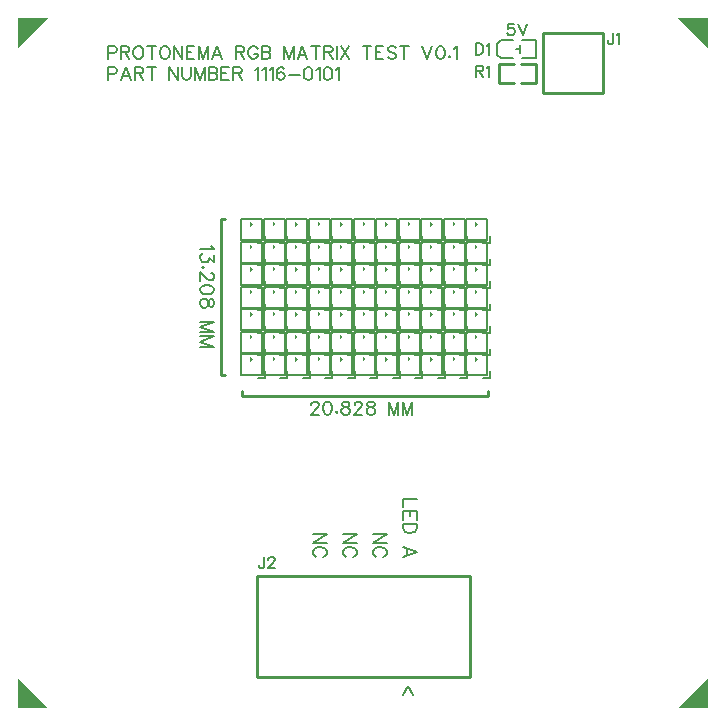
<source format=gto>
G04 Layer: TopSilkscreenLayer*
G04 EasyEDA v6.5.34, 2023-09-20 23:46:50*
G04 f0f59a666a6c4c9db337fc43e0a80986,5a6b42c53f6a479593ecc07194224c93,10*
G04 Gerber Generator version 0.2*
G04 Scale: 100 percent, Rotated: No, Reflected: No *
G04 Dimensions in millimeters *
G04 leading zeros omitted , absolute positions ,4 integer and 5 decimal *
%FSLAX45Y45*%
%MOMM*%

%ADD10C,0.1524*%
%ADD11C,0.2540*%
%ADD12C,0.1270*%
%ADD13C,0.1500*%

%LPD*%
D10*
X4194787Y5790417D02*
G01*
X4149321Y5790417D01*
X4144749Y5749523D01*
X4149321Y5754095D01*
X4162783Y5758667D01*
X4176499Y5758667D01*
X4190215Y5754095D01*
X4199359Y5744951D01*
X4203931Y5731489D01*
X4203931Y5722345D01*
X4199359Y5708629D01*
X4190215Y5699485D01*
X4176499Y5694913D01*
X4162783Y5694913D01*
X4149321Y5699485D01*
X4144749Y5704057D01*
X4140177Y5713201D01*
X4233903Y5790417D02*
G01*
X4270225Y5694913D01*
X4306547Y5790417D02*
G01*
X4270225Y5694913D01*
X5036555Y5714227D02*
G01*
X5036555Y5641583D01*
X5031983Y5627867D01*
X5027411Y5623295D01*
X5018267Y5618723D01*
X5009377Y5618723D01*
X5000233Y5623295D01*
X4995661Y5627867D01*
X4991089Y5641583D01*
X4991089Y5650727D01*
X5066527Y5696193D02*
G01*
X5075671Y5700765D01*
X5089387Y5714227D01*
X5089387Y5618723D01*
X761992Y5601759D02*
G01*
X761992Y5492539D01*
X761992Y5601759D02*
G01*
X808728Y5601759D01*
X824222Y5596425D01*
X829556Y5591345D01*
X834636Y5580931D01*
X834636Y5565437D01*
X829556Y5555023D01*
X824222Y5549689D01*
X808728Y5544609D01*
X761992Y5544609D01*
X868926Y5601759D02*
G01*
X868926Y5492539D01*
X868926Y5601759D02*
G01*
X915662Y5601759D01*
X931410Y5596425D01*
X936490Y5591345D01*
X941824Y5580931D01*
X941824Y5570517D01*
X936490Y5560103D01*
X931410Y5555023D01*
X915662Y5549689D01*
X868926Y5549689D01*
X905502Y5549689D02*
G01*
X941824Y5492539D01*
X1007102Y5601759D02*
G01*
X996942Y5596425D01*
X986528Y5586265D01*
X981194Y5575851D01*
X976114Y5560103D01*
X976114Y5534195D01*
X981194Y5518701D01*
X986528Y5508287D01*
X996942Y5497873D01*
X1007102Y5492539D01*
X1027930Y5492539D01*
X1038344Y5497873D01*
X1048758Y5508287D01*
X1054092Y5518701D01*
X1059172Y5534195D01*
X1059172Y5560103D01*
X1054092Y5575851D01*
X1048758Y5586265D01*
X1038344Y5596425D01*
X1027930Y5601759D01*
X1007102Y5601759D01*
X1129784Y5601759D02*
G01*
X1129784Y5492539D01*
X1093462Y5601759D02*
G01*
X1166106Y5601759D01*
X1231638Y5601759D02*
G01*
X1221224Y5596425D01*
X1210810Y5586265D01*
X1205730Y5575851D01*
X1200396Y5560103D01*
X1200396Y5534195D01*
X1205730Y5518701D01*
X1210810Y5508287D01*
X1221224Y5497873D01*
X1231638Y5492539D01*
X1252466Y5492539D01*
X1262880Y5497873D01*
X1273294Y5508287D01*
X1278374Y5518701D01*
X1283708Y5534195D01*
X1283708Y5560103D01*
X1278374Y5575851D01*
X1273294Y5586265D01*
X1262880Y5596425D01*
X1252466Y5601759D01*
X1231638Y5601759D01*
X1317998Y5601759D02*
G01*
X1317998Y5492539D01*
X1317998Y5601759D02*
G01*
X1390642Y5492539D01*
X1390642Y5601759D02*
G01*
X1390642Y5492539D01*
X1424932Y5601759D02*
G01*
X1424932Y5492539D01*
X1424932Y5601759D02*
G01*
X1492496Y5601759D01*
X1424932Y5549689D02*
G01*
X1466588Y5549689D01*
X1424932Y5492539D02*
G01*
X1492496Y5492539D01*
X1526786Y5601759D02*
G01*
X1526786Y5492539D01*
X1526786Y5601759D02*
G01*
X1568442Y5492539D01*
X1609844Y5601759D02*
G01*
X1568442Y5492539D01*
X1609844Y5601759D02*
G01*
X1609844Y5492539D01*
X1685790Y5601759D02*
G01*
X1644134Y5492539D01*
X1685790Y5601759D02*
G01*
X1727192Y5492539D01*
X1659882Y5529115D02*
G01*
X1711698Y5529115D01*
X1841492Y5601759D02*
G01*
X1841492Y5492539D01*
X1841492Y5601759D02*
G01*
X1888482Y5601759D01*
X1903976Y5596425D01*
X1909056Y5591345D01*
X1914390Y5580931D01*
X1914390Y5570517D01*
X1909056Y5560103D01*
X1903976Y5555023D01*
X1888482Y5549689D01*
X1841492Y5549689D01*
X1878068Y5549689D02*
G01*
X1914390Y5492539D01*
X2026658Y5575851D02*
G01*
X2021324Y5586265D01*
X2010910Y5596425D01*
X2000496Y5601759D01*
X1979922Y5601759D01*
X1969508Y5596425D01*
X1959094Y5586265D01*
X1953760Y5575851D01*
X1948680Y5560103D01*
X1948680Y5534195D01*
X1953760Y5518701D01*
X1959094Y5508287D01*
X1969508Y5497873D01*
X1979922Y5492539D01*
X2000496Y5492539D01*
X2010910Y5497873D01*
X2021324Y5508287D01*
X2026658Y5518701D01*
X2026658Y5534195D01*
X2000496Y5534195D02*
G01*
X2026658Y5534195D01*
X2060948Y5601759D02*
G01*
X2060948Y5492539D01*
X2060948Y5601759D02*
G01*
X2107684Y5601759D01*
X2123178Y5596425D01*
X2128512Y5591345D01*
X2133592Y5580931D01*
X2133592Y5570517D01*
X2128512Y5560103D01*
X2123178Y5555023D01*
X2107684Y5549689D01*
X2060948Y5549689D02*
G01*
X2107684Y5549689D01*
X2123178Y5544609D01*
X2128512Y5539275D01*
X2133592Y5529115D01*
X2133592Y5513367D01*
X2128512Y5502953D01*
X2123178Y5497873D01*
X2107684Y5492539D01*
X2060948Y5492539D01*
X2247892Y5601759D02*
G01*
X2247892Y5492539D01*
X2247892Y5601759D02*
G01*
X2289548Y5492539D01*
X2330950Y5601759D02*
G01*
X2289548Y5492539D01*
X2330950Y5601759D02*
G01*
X2330950Y5492539D01*
X2406896Y5601759D02*
G01*
X2365240Y5492539D01*
X2406896Y5601759D02*
G01*
X2448552Y5492539D01*
X2380988Y5529115D02*
G01*
X2432804Y5529115D01*
X2519164Y5601759D02*
G01*
X2519164Y5492539D01*
X2482842Y5601759D02*
G01*
X2555486Y5601759D01*
X2589776Y5601759D02*
G01*
X2589776Y5492539D01*
X2589776Y5601759D02*
G01*
X2636512Y5601759D01*
X2652006Y5596425D01*
X2657340Y5591345D01*
X2662420Y5580931D01*
X2662420Y5570517D01*
X2657340Y5560103D01*
X2652006Y5555023D01*
X2636512Y5549689D01*
X2589776Y5549689D01*
X2626098Y5549689D02*
G01*
X2662420Y5492539D01*
X2696710Y5601759D02*
G01*
X2696710Y5492539D01*
X2731000Y5601759D02*
G01*
X2803898Y5492539D01*
X2803898Y5601759D02*
G01*
X2731000Y5492539D01*
X2954520Y5601759D02*
G01*
X2954520Y5492539D01*
X2918198Y5601759D02*
G01*
X2990842Y5601759D01*
X3025132Y5601759D02*
G01*
X3025132Y5492539D01*
X3025132Y5601759D02*
G01*
X3092696Y5601759D01*
X3025132Y5549689D02*
G01*
X3066788Y5549689D01*
X3025132Y5492539D02*
G01*
X3092696Y5492539D01*
X3199630Y5586265D02*
G01*
X3189216Y5596425D01*
X3173722Y5601759D01*
X3152894Y5601759D01*
X3137400Y5596425D01*
X3126986Y5586265D01*
X3126986Y5575851D01*
X3132066Y5565437D01*
X3137400Y5560103D01*
X3147814Y5555023D01*
X3178802Y5544609D01*
X3189216Y5539275D01*
X3194550Y5534195D01*
X3199630Y5523781D01*
X3199630Y5508287D01*
X3189216Y5497873D01*
X3173722Y5492539D01*
X3152894Y5492539D01*
X3137400Y5497873D01*
X3126986Y5508287D01*
X3270242Y5601759D02*
G01*
X3270242Y5492539D01*
X3233920Y5601759D02*
G01*
X3306818Y5601759D01*
X3421118Y5601759D02*
G01*
X3462520Y5492539D01*
X3504176Y5601759D02*
G01*
X3462520Y5492539D01*
X3569708Y5601759D02*
G01*
X3553960Y5596425D01*
X3543546Y5580931D01*
X3538466Y5555023D01*
X3538466Y5539275D01*
X3543546Y5513367D01*
X3553960Y5497873D01*
X3569708Y5492539D01*
X3580122Y5492539D01*
X3595616Y5497873D01*
X3606030Y5513367D01*
X3611110Y5539275D01*
X3611110Y5555023D01*
X3606030Y5580931D01*
X3595616Y5596425D01*
X3580122Y5601759D01*
X3569708Y5601759D01*
X3650734Y5518701D02*
G01*
X3645400Y5513367D01*
X3650734Y5508287D01*
X3655814Y5513367D01*
X3650734Y5518701D01*
X3690104Y5580931D02*
G01*
X3700518Y5586265D01*
X3716012Y5601759D01*
X3716012Y5492539D01*
X761992Y5423959D02*
G01*
X761992Y5314739D01*
X761992Y5423959D02*
G01*
X808728Y5423959D01*
X824222Y5418625D01*
X829556Y5413545D01*
X834636Y5403131D01*
X834636Y5387637D01*
X829556Y5377223D01*
X824222Y5371889D01*
X808728Y5366809D01*
X761992Y5366809D01*
X910582Y5423959D02*
G01*
X868926Y5314739D01*
X910582Y5423959D02*
G01*
X952238Y5314739D01*
X884674Y5351315D02*
G01*
X936490Y5351315D01*
X986528Y5423959D02*
G01*
X986528Y5314739D01*
X986528Y5423959D02*
G01*
X1033264Y5423959D01*
X1048758Y5418625D01*
X1054092Y5413545D01*
X1059172Y5403131D01*
X1059172Y5392717D01*
X1054092Y5382303D01*
X1048758Y5377223D01*
X1033264Y5371889D01*
X986528Y5371889D01*
X1022850Y5371889D02*
G01*
X1059172Y5314739D01*
X1129784Y5423959D02*
G01*
X1129784Y5314739D01*
X1093462Y5423959D02*
G01*
X1166106Y5423959D01*
X1280406Y5423959D02*
G01*
X1280406Y5314739D01*
X1280406Y5423959D02*
G01*
X1353304Y5314739D01*
X1353304Y5423959D02*
G01*
X1353304Y5314739D01*
X1387594Y5423959D02*
G01*
X1387594Y5345981D01*
X1392674Y5330487D01*
X1403088Y5320073D01*
X1418582Y5314739D01*
X1428996Y5314739D01*
X1444744Y5320073D01*
X1455158Y5330487D01*
X1460238Y5345981D01*
X1460238Y5423959D01*
X1494528Y5423959D02*
G01*
X1494528Y5314739D01*
X1494528Y5423959D02*
G01*
X1536184Y5314739D01*
X1577586Y5423959D02*
G01*
X1536184Y5314739D01*
X1577586Y5423959D02*
G01*
X1577586Y5314739D01*
X1611876Y5423959D02*
G01*
X1611876Y5314739D01*
X1611876Y5423959D02*
G01*
X1658612Y5423959D01*
X1674360Y5418625D01*
X1679440Y5413545D01*
X1684774Y5403131D01*
X1684774Y5392717D01*
X1679440Y5382303D01*
X1674360Y5377223D01*
X1658612Y5371889D01*
X1611876Y5371889D02*
G01*
X1658612Y5371889D01*
X1674360Y5366809D01*
X1679440Y5361475D01*
X1684774Y5351315D01*
X1684774Y5335567D01*
X1679440Y5325153D01*
X1674360Y5320073D01*
X1658612Y5314739D01*
X1611876Y5314739D01*
X1719064Y5423959D02*
G01*
X1719064Y5314739D01*
X1719064Y5423959D02*
G01*
X1786628Y5423959D01*
X1719064Y5371889D02*
G01*
X1760466Y5371889D01*
X1719064Y5314739D02*
G01*
X1786628Y5314739D01*
X1820918Y5423959D02*
G01*
X1820918Y5314739D01*
X1820918Y5423959D02*
G01*
X1867654Y5423959D01*
X1883148Y5418625D01*
X1888482Y5413545D01*
X1893562Y5403131D01*
X1893562Y5392717D01*
X1888482Y5382303D01*
X1883148Y5377223D01*
X1867654Y5371889D01*
X1820918Y5371889D01*
X1857240Y5371889D02*
G01*
X1893562Y5314739D01*
X2007862Y5403131D02*
G01*
X2018276Y5408465D01*
X2033770Y5423959D01*
X2033770Y5314739D01*
X2068060Y5403131D02*
G01*
X2078474Y5408465D01*
X2094222Y5423959D01*
X2094222Y5314739D01*
X2128512Y5403131D02*
G01*
X2138672Y5408465D01*
X2154420Y5423959D01*
X2154420Y5314739D01*
X2250940Y5408465D02*
G01*
X2245860Y5418625D01*
X2230112Y5423959D01*
X2219952Y5423959D01*
X2204204Y5418625D01*
X2193790Y5403131D01*
X2188710Y5377223D01*
X2188710Y5351315D01*
X2193790Y5330487D01*
X2204204Y5320073D01*
X2219952Y5314739D01*
X2225032Y5314739D01*
X2240526Y5320073D01*
X2250940Y5330487D01*
X2256274Y5345981D01*
X2256274Y5351315D01*
X2250940Y5366809D01*
X2240526Y5377223D01*
X2225032Y5382303D01*
X2219952Y5382303D01*
X2204204Y5377223D01*
X2193790Y5366809D01*
X2188710Y5351315D01*
X2290564Y5361475D02*
G01*
X2384036Y5361475D01*
X2449568Y5423959D02*
G01*
X2433820Y5418625D01*
X2423406Y5403131D01*
X2418326Y5377223D01*
X2418326Y5361475D01*
X2423406Y5335567D01*
X2433820Y5320073D01*
X2449568Y5314739D01*
X2459982Y5314739D01*
X2475476Y5320073D01*
X2485890Y5335567D01*
X2490970Y5361475D01*
X2490970Y5377223D01*
X2485890Y5403131D01*
X2475476Y5418625D01*
X2459982Y5423959D01*
X2449568Y5423959D01*
X2525260Y5403131D02*
G01*
X2535674Y5408465D01*
X2551422Y5423959D01*
X2551422Y5314739D01*
X2616700Y5423959D02*
G01*
X2601206Y5418625D01*
X2590792Y5403131D01*
X2585712Y5377223D01*
X2585712Y5361475D01*
X2590792Y5335567D01*
X2601206Y5320073D01*
X2616700Y5314739D01*
X2627114Y5314739D01*
X2642862Y5320073D01*
X2653022Y5335567D01*
X2658356Y5361475D01*
X2658356Y5377223D01*
X2653022Y5403131D01*
X2642862Y5418625D01*
X2627114Y5423959D01*
X2616700Y5423959D01*
X2692646Y5403131D02*
G01*
X2703060Y5408465D01*
X2718554Y5423959D01*
X2718554Y5314739D01*
X3340955Y108602D02*
G01*
X3300061Y181500D01*
X3259167Y108602D01*
X2610403Y1473197D02*
G01*
X2495849Y1473197D01*
X2610403Y1473197D02*
G01*
X2495849Y1396743D01*
X2610403Y1396743D02*
G01*
X2495849Y1396743D01*
X2582971Y1279141D02*
G01*
X2593893Y1284475D01*
X2604815Y1295397D01*
X2610403Y1306319D01*
X2610403Y1328163D01*
X2604815Y1339085D01*
X2593893Y1350007D01*
X2582971Y1355341D01*
X2566715Y1360929D01*
X2539283Y1360929D01*
X2523027Y1355341D01*
X2512105Y1350007D01*
X2501183Y1339085D01*
X2495849Y1328163D01*
X2495849Y1306319D01*
X2501183Y1295397D01*
X2512105Y1284475D01*
X2523027Y1279141D01*
X3372401Y1765292D02*
G01*
X3257847Y1765292D01*
X3257847Y1765292D02*
G01*
X3257847Y1699760D01*
X3372401Y1663946D02*
G01*
X3257847Y1663946D01*
X3372401Y1663946D02*
G01*
X3372401Y1592826D01*
X3317791Y1663946D02*
G01*
X3317791Y1620258D01*
X3257847Y1663946D02*
G01*
X3257847Y1592826D01*
X3372401Y1557012D02*
G01*
X3257847Y1557012D01*
X3372401Y1557012D02*
G01*
X3372401Y1518658D01*
X3366813Y1502402D01*
X3355891Y1491480D01*
X3344969Y1486146D01*
X3328713Y1480558D01*
X3301281Y1480558D01*
X3285025Y1486146D01*
X3274103Y1491480D01*
X3263181Y1502402D01*
X3257847Y1518658D01*
X3257847Y1557012D01*
X3372401Y1316982D02*
G01*
X3257847Y1360670D01*
X3372401Y1316982D02*
G01*
X3257847Y1273294D01*
X3295947Y1344160D02*
G01*
X3295947Y1289550D01*
X2082294Y1276464D02*
G01*
X2082294Y1203817D01*
X2077722Y1190101D01*
X2073150Y1185532D01*
X2064006Y1180957D01*
X2055116Y1180957D01*
X2045972Y1185532D01*
X2041400Y1190101D01*
X2036828Y1203817D01*
X2036828Y1212964D01*
X2116838Y1253855D02*
G01*
X2116838Y1258430D01*
X2121410Y1267317D01*
X2125982Y1271889D01*
X2135126Y1276464D01*
X2153160Y1276464D01*
X2162304Y1271889D01*
X2166876Y1267317D01*
X2171448Y1258430D01*
X2171448Y1249286D01*
X2166876Y1240139D01*
X2157732Y1226423D01*
X2112266Y1180957D01*
X2176020Y1180957D01*
X2864403Y1473197D02*
G01*
X2749849Y1473197D01*
X2864403Y1473197D02*
G01*
X2749849Y1396743D01*
X2864403Y1396743D02*
G01*
X2749849Y1396743D01*
X2836971Y1279141D02*
G01*
X2847893Y1284475D01*
X2858815Y1295397D01*
X2864403Y1306319D01*
X2864403Y1328163D01*
X2858815Y1339085D01*
X2847893Y1350007D01*
X2836971Y1355341D01*
X2820715Y1360929D01*
X2793283Y1360929D01*
X2777027Y1355341D01*
X2766105Y1350007D01*
X2755183Y1339085D01*
X2749849Y1328163D01*
X2749849Y1306319D01*
X2755183Y1295397D01*
X2766105Y1284475D01*
X2777027Y1279141D01*
X3118403Y1473197D02*
G01*
X3003849Y1473197D01*
X3118403Y1473197D02*
G01*
X3003849Y1396743D01*
X3118403Y1396743D02*
G01*
X3003849Y1396743D01*
X3090971Y1279141D02*
G01*
X3101893Y1284475D01*
X3112815Y1295397D01*
X3118403Y1306319D01*
X3118403Y1328163D01*
X3112815Y1339085D01*
X3101893Y1350007D01*
X3090971Y1355341D01*
X3074715Y1360929D01*
X3047283Y1360929D01*
X3031027Y1355341D01*
X3020105Y1350007D01*
X3009183Y1339085D01*
X3003849Y1328163D01*
X3003849Y1306319D01*
X3009183Y1295397D01*
X3020105Y1284475D01*
X3031027Y1279141D01*
X2481572Y2565953D02*
G01*
X2481572Y2571033D01*
X2486906Y2581447D01*
X2491986Y2586527D01*
X2502400Y2591861D01*
X2523228Y2591861D01*
X2533642Y2586527D01*
X2538722Y2581447D01*
X2544056Y2571033D01*
X2544056Y2560619D01*
X2538722Y2550205D01*
X2528562Y2534711D01*
X2476492Y2482641D01*
X2549136Y2482641D01*
X2614668Y2591861D02*
G01*
X2599174Y2586527D01*
X2588760Y2571033D01*
X2583426Y2545125D01*
X2583426Y2529377D01*
X2588760Y2503469D01*
X2599174Y2487975D01*
X2614668Y2482641D01*
X2625082Y2482641D01*
X2640576Y2487975D01*
X2650990Y2503469D01*
X2656324Y2529377D01*
X2656324Y2545125D01*
X2650990Y2571033D01*
X2640576Y2586527D01*
X2625082Y2591861D01*
X2614668Y2591861D01*
X2695694Y2508803D02*
G01*
X2690614Y2503469D01*
X2695694Y2498389D01*
X2701028Y2503469D01*
X2695694Y2508803D01*
X2761226Y2591861D02*
G01*
X2745732Y2586527D01*
X2740398Y2576367D01*
X2740398Y2565953D01*
X2745732Y2555539D01*
X2755892Y2550205D01*
X2776720Y2545125D01*
X2792468Y2539791D01*
X2802882Y2529377D01*
X2807962Y2519217D01*
X2807962Y2503469D01*
X2802882Y2493055D01*
X2797548Y2487975D01*
X2782054Y2482641D01*
X2761226Y2482641D01*
X2745732Y2487975D01*
X2740398Y2493055D01*
X2735318Y2503469D01*
X2735318Y2519217D01*
X2740398Y2529377D01*
X2750812Y2539791D01*
X2766306Y2545125D01*
X2787134Y2550205D01*
X2797548Y2555539D01*
X2802882Y2565953D01*
X2802882Y2576367D01*
X2797548Y2586527D01*
X2782054Y2591861D01*
X2761226Y2591861D01*
X2847332Y2565953D02*
G01*
X2847332Y2571033D01*
X2852666Y2581447D01*
X2857746Y2586527D01*
X2868160Y2591861D01*
X2888988Y2591861D01*
X2899402Y2586527D01*
X2904482Y2581447D01*
X2909816Y2571033D01*
X2909816Y2560619D01*
X2904482Y2550205D01*
X2894322Y2534711D01*
X2842252Y2482641D01*
X2914896Y2482641D01*
X2975348Y2591861D02*
G01*
X2959600Y2586527D01*
X2954520Y2576367D01*
X2954520Y2565953D01*
X2959600Y2555539D01*
X2970014Y2550205D01*
X2990842Y2545125D01*
X3006336Y2539791D01*
X3016750Y2529377D01*
X3022084Y2519217D01*
X3022084Y2503469D01*
X3016750Y2493055D01*
X3011670Y2487975D01*
X2995922Y2482641D01*
X2975348Y2482641D01*
X2959600Y2487975D01*
X2954520Y2493055D01*
X2949186Y2503469D01*
X2949186Y2519217D01*
X2954520Y2529377D01*
X2964934Y2539791D01*
X2980428Y2545125D01*
X3001256Y2550205D01*
X3011670Y2555539D01*
X3016750Y2565953D01*
X3016750Y2576367D01*
X3011670Y2586527D01*
X2995922Y2591861D01*
X2975348Y2591861D01*
X3136384Y2591861D02*
G01*
X3136384Y2482641D01*
X3136384Y2591861D02*
G01*
X3177786Y2482641D01*
X3219442Y2591861D02*
G01*
X3177786Y2482641D01*
X3219442Y2591861D02*
G01*
X3219442Y2482641D01*
X3253732Y2591861D02*
G01*
X3253732Y2482641D01*
X3253732Y2591861D02*
G01*
X3295388Y2482641D01*
X3336790Y2591861D02*
G01*
X3295388Y2482641D01*
X3336790Y2591861D02*
G01*
X3336790Y2482641D01*
X1636062Y3911597D02*
G01*
X1641396Y3900675D01*
X1657906Y3884419D01*
X1543352Y3884419D01*
X1657906Y3837429D02*
G01*
X1657906Y3777485D01*
X1614218Y3810251D01*
X1614218Y3793741D01*
X1608630Y3782819D01*
X1603296Y3777485D01*
X1586786Y3771897D01*
X1575864Y3771897D01*
X1559608Y3777485D01*
X1548686Y3788407D01*
X1543352Y3804663D01*
X1543352Y3821173D01*
X1548686Y3837429D01*
X1554274Y3842763D01*
X1564942Y3848351D01*
X1570530Y3730495D02*
G01*
X1564942Y3735829D01*
X1559608Y3730495D01*
X1564942Y3725161D01*
X1570530Y3730495D01*
X1630474Y3683505D02*
G01*
X1636062Y3683505D01*
X1646984Y3678171D01*
X1652318Y3672583D01*
X1657906Y3661661D01*
X1657906Y3640071D01*
X1652318Y3629149D01*
X1646984Y3623561D01*
X1636062Y3618227D01*
X1625140Y3618227D01*
X1614218Y3623561D01*
X1597708Y3634483D01*
X1543352Y3689093D01*
X1543352Y3612639D01*
X1657906Y3544059D02*
G01*
X1652318Y3560315D01*
X1636062Y3571237D01*
X1608630Y3576571D01*
X1592374Y3576571D01*
X1564942Y3571237D01*
X1548686Y3560315D01*
X1543352Y3544059D01*
X1543352Y3533137D01*
X1548686Y3516627D01*
X1564942Y3505705D01*
X1592374Y3500371D01*
X1608630Y3500371D01*
X1636062Y3505705D01*
X1652318Y3516627D01*
X1657906Y3533137D01*
X1657906Y3544059D01*
X1657906Y3437125D02*
G01*
X1652318Y3453381D01*
X1641396Y3458969D01*
X1630474Y3458969D01*
X1619552Y3453381D01*
X1614218Y3442459D01*
X1608630Y3420615D01*
X1603296Y3404359D01*
X1592374Y3393437D01*
X1581452Y3387849D01*
X1564942Y3387849D01*
X1554274Y3393437D01*
X1548686Y3398771D01*
X1543352Y3415281D01*
X1543352Y3437125D01*
X1548686Y3453381D01*
X1554274Y3458969D01*
X1564942Y3464303D01*
X1581452Y3464303D01*
X1592374Y3458969D01*
X1603296Y3448047D01*
X1608630Y3431537D01*
X1614218Y3409693D01*
X1619552Y3398771D01*
X1630474Y3393437D01*
X1641396Y3393437D01*
X1652318Y3398771D01*
X1657906Y3415281D01*
X1657906Y3437125D01*
X1657906Y3267961D02*
G01*
X1543352Y3267961D01*
X1657906Y3267961D02*
G01*
X1543352Y3224273D01*
X1657906Y3180585D02*
G01*
X1543352Y3224273D01*
X1657906Y3180585D02*
G01*
X1543352Y3180585D01*
X1657906Y3144771D02*
G01*
X1543352Y3144771D01*
X1657906Y3144771D02*
G01*
X1543352Y3101083D01*
X1657906Y3057395D02*
G01*
X1543352Y3101083D01*
X1657906Y3057395D02*
G01*
X1543352Y3057395D01*
X3873489Y5434827D02*
G01*
X3873489Y5339323D01*
X3873489Y5434827D02*
G01*
X3914383Y5434827D01*
X3928099Y5430255D01*
X3932671Y5425683D01*
X3937243Y5416793D01*
X3937243Y5407649D01*
X3932671Y5398505D01*
X3928099Y5393933D01*
X3914383Y5389361D01*
X3873489Y5389361D01*
X3905239Y5389361D02*
G01*
X3937243Y5339323D01*
X3967215Y5416793D02*
G01*
X3976105Y5421365D01*
X3989821Y5434827D01*
X3989821Y5339323D01*
X3873489Y5625327D02*
G01*
X3873489Y5529823D01*
X3873489Y5625327D02*
G01*
X3905239Y5625327D01*
X3918955Y5620755D01*
X3928099Y5611865D01*
X3932671Y5602721D01*
X3937243Y5589005D01*
X3937243Y5566399D01*
X3932671Y5552683D01*
X3928099Y5543539D01*
X3918955Y5534395D01*
X3905239Y5529823D01*
X3873489Y5529823D01*
X3967215Y5607293D02*
G01*
X3976105Y5611865D01*
X3989821Y5625327D01*
X3989821Y5529823D01*
G36*
X0Y5842000D02*
G01*
X0Y5588000D01*
X254000Y5842000D01*
G37*
G36*
X0Y254000D02*
G01*
X0Y0D01*
X254000Y0D01*
G37*
G36*
X5842000Y254000D02*
G01*
X5588000Y0D01*
X5842000Y0D01*
G37*
G36*
X5588000Y5842000D02*
G01*
X5842000Y5588000D01*
X5842000Y5842000D01*
G37*
G36*
X1965401Y4118000D02*
G01*
X1965401Y4072991D01*
X1987905Y4095496D01*
G37*
G36*
X1965401Y3927500D02*
G01*
X1965401Y3882491D01*
X1987905Y3904996D01*
G37*
G36*
X1965401Y3546500D02*
G01*
X1965401Y3501491D01*
X1987905Y3523996D01*
G37*
G36*
X1965401Y3737000D02*
G01*
X1965401Y3691991D01*
X1987905Y3714496D01*
G37*
G36*
X1965401Y3165500D02*
G01*
X1965401Y3120491D01*
X1987905Y3142996D01*
G37*
G36*
X1965401Y3356000D02*
G01*
X1965401Y3310991D01*
X1987905Y3333496D01*
G37*
G36*
X1965401Y2975000D02*
G01*
X1965401Y2929991D01*
X1987905Y2952496D01*
G37*
G36*
X2155901Y2975000D02*
G01*
X2155901Y2929991D01*
X2178405Y2952496D01*
G37*
G36*
X2155901Y3356000D02*
G01*
X2155901Y3310991D01*
X2178405Y3333496D01*
G37*
G36*
X2155901Y3165500D02*
G01*
X2155901Y3120491D01*
X2178405Y3142996D01*
G37*
G36*
X2155901Y3737000D02*
G01*
X2155901Y3691991D01*
X2178405Y3714496D01*
G37*
G36*
X2155901Y3546500D02*
G01*
X2155901Y3501491D01*
X2178405Y3523996D01*
G37*
G36*
X2155901Y3927500D02*
G01*
X2155901Y3882491D01*
X2178405Y3904996D01*
G37*
G36*
X2155901Y4118000D02*
G01*
X2155901Y4072991D01*
X2178405Y4095496D01*
G37*
G36*
X2346401Y2975000D02*
G01*
X2346401Y2929991D01*
X2368905Y2952496D01*
G37*
G36*
X2346401Y3356000D02*
G01*
X2346401Y3310991D01*
X2368905Y3333496D01*
G37*
G36*
X2346401Y3165500D02*
G01*
X2346401Y3120491D01*
X2368905Y3142996D01*
G37*
G36*
X2346401Y3737000D02*
G01*
X2346401Y3691991D01*
X2368905Y3714496D01*
G37*
G36*
X2346401Y3546500D02*
G01*
X2346401Y3501491D01*
X2368905Y3523996D01*
G37*
G36*
X2346401Y3927500D02*
G01*
X2346401Y3882491D01*
X2368905Y3904996D01*
G37*
G36*
X2346401Y4118000D02*
G01*
X2346401Y4072991D01*
X2368905Y4095496D01*
G37*
G36*
X2536901Y2975000D02*
G01*
X2536901Y2929991D01*
X2559405Y2952496D01*
G37*
G36*
X2536901Y3356000D02*
G01*
X2536901Y3310991D01*
X2559405Y3333496D01*
G37*
G36*
X2536901Y3165500D02*
G01*
X2536901Y3120491D01*
X2559405Y3142996D01*
G37*
G36*
X2536901Y3737000D02*
G01*
X2536901Y3691991D01*
X2559405Y3714496D01*
G37*
G36*
X2536901Y3546500D02*
G01*
X2536901Y3501491D01*
X2559405Y3523996D01*
G37*
G36*
X2536901Y3927500D02*
G01*
X2536901Y3882491D01*
X2559405Y3904996D01*
G37*
G36*
X2536901Y4118000D02*
G01*
X2536901Y4072991D01*
X2559405Y4095496D01*
G37*
G36*
X2727401Y2975000D02*
G01*
X2727401Y2929991D01*
X2749905Y2952496D01*
G37*
G36*
X2727401Y3356000D02*
G01*
X2727401Y3310991D01*
X2749905Y3333496D01*
G37*
G36*
X2727401Y3165500D02*
G01*
X2727401Y3120491D01*
X2749905Y3142996D01*
G37*
G36*
X2727401Y3737000D02*
G01*
X2727401Y3691991D01*
X2749905Y3714496D01*
G37*
G36*
X2727401Y3546500D02*
G01*
X2727401Y3501491D01*
X2749905Y3523996D01*
G37*
G36*
X2727401Y3927500D02*
G01*
X2727401Y3882491D01*
X2749905Y3904996D01*
G37*
G36*
X2727401Y4118000D02*
G01*
X2727401Y4072991D01*
X2749905Y4095496D01*
G37*
G36*
X2917901Y2975000D02*
G01*
X2917901Y2929991D01*
X2940405Y2952496D01*
G37*
G36*
X2917901Y3356000D02*
G01*
X2917901Y3310991D01*
X2940405Y3333496D01*
G37*
G36*
X2917901Y3165500D02*
G01*
X2917901Y3120491D01*
X2940405Y3142996D01*
G37*
G36*
X2917901Y3737000D02*
G01*
X2917901Y3691991D01*
X2940405Y3714496D01*
G37*
G36*
X2917901Y3546500D02*
G01*
X2917901Y3501491D01*
X2940405Y3523996D01*
G37*
G36*
X2917901Y3927500D02*
G01*
X2917901Y3882491D01*
X2940405Y3904996D01*
G37*
G36*
X2917901Y4118000D02*
G01*
X2917901Y4072991D01*
X2940405Y4095496D01*
G37*
G36*
X3870401Y4118000D02*
G01*
X3870401Y4072991D01*
X3892905Y4095496D01*
G37*
G36*
X3870401Y3927500D02*
G01*
X3870401Y3882491D01*
X3892905Y3904996D01*
G37*
G36*
X3870401Y3546500D02*
G01*
X3870401Y3501491D01*
X3892905Y3523996D01*
G37*
G36*
X3870401Y3737000D02*
G01*
X3870401Y3691991D01*
X3892905Y3714496D01*
G37*
G36*
X3870401Y3165500D02*
G01*
X3870401Y3120491D01*
X3892905Y3142996D01*
G37*
G36*
X3870401Y3356000D02*
G01*
X3870401Y3310991D01*
X3892905Y3333496D01*
G37*
G36*
X3870401Y2975000D02*
G01*
X3870401Y2929991D01*
X3892905Y2952496D01*
G37*
G36*
X3679901Y4118000D02*
G01*
X3679901Y4072991D01*
X3702405Y4095496D01*
G37*
G36*
X3679901Y3927500D02*
G01*
X3679901Y3882491D01*
X3702405Y3904996D01*
G37*
G36*
X3679901Y3546500D02*
G01*
X3679901Y3501491D01*
X3702405Y3523996D01*
G37*
G36*
X3679901Y3737000D02*
G01*
X3679901Y3691991D01*
X3702405Y3714496D01*
G37*
G36*
X3679901Y3165500D02*
G01*
X3679901Y3120491D01*
X3702405Y3142996D01*
G37*
G36*
X3679901Y3356000D02*
G01*
X3679901Y3310991D01*
X3702405Y3333496D01*
G37*
G36*
X3679901Y2975000D02*
G01*
X3679901Y2929991D01*
X3702405Y2952496D01*
G37*
G36*
X3489401Y4118000D02*
G01*
X3489401Y4072991D01*
X3511905Y4095496D01*
G37*
G36*
X3489401Y3927500D02*
G01*
X3489401Y3882491D01*
X3511905Y3904996D01*
G37*
G36*
X3489401Y3546500D02*
G01*
X3489401Y3501491D01*
X3511905Y3523996D01*
G37*
G36*
X3489401Y3737000D02*
G01*
X3489401Y3691991D01*
X3511905Y3714496D01*
G37*
G36*
X3489401Y3165500D02*
G01*
X3489401Y3120491D01*
X3511905Y3142996D01*
G37*
G36*
X3489401Y3356000D02*
G01*
X3489401Y3310991D01*
X3511905Y3333496D01*
G37*
G36*
X3489401Y2975000D02*
G01*
X3489401Y2929991D01*
X3511905Y2952496D01*
G37*
G36*
X3298901Y4118000D02*
G01*
X3298901Y4072991D01*
X3321405Y4095496D01*
G37*
G36*
X3298901Y3927500D02*
G01*
X3298901Y3882491D01*
X3321405Y3904996D01*
G37*
G36*
X3298901Y3546500D02*
G01*
X3298901Y3501491D01*
X3321405Y3523996D01*
G37*
G36*
X3298901Y3737000D02*
G01*
X3298901Y3691991D01*
X3321405Y3714496D01*
G37*
G36*
X3298901Y3165500D02*
G01*
X3298901Y3120491D01*
X3321405Y3142996D01*
G37*
G36*
X3298901Y3356000D02*
G01*
X3298901Y3310991D01*
X3321405Y3333496D01*
G37*
G36*
X3298901Y2975000D02*
G01*
X3298901Y2929991D01*
X3321405Y2952496D01*
G37*
G36*
X3108401Y2975000D02*
G01*
X3108401Y2929991D01*
X3130905Y2952496D01*
G37*
G36*
X3108401Y3356000D02*
G01*
X3108401Y3310991D01*
X3130905Y3333496D01*
G37*
G36*
X3108401Y3165500D02*
G01*
X3108401Y3120491D01*
X3130905Y3142996D01*
G37*
G36*
X3108401Y3737000D02*
G01*
X3108401Y3691991D01*
X3130905Y3714496D01*
G37*
G36*
X3108401Y3546500D02*
G01*
X3108401Y3501491D01*
X3130905Y3523996D01*
G37*
G36*
X3108401Y3927500D02*
G01*
X3108401Y3882491D01*
X3130905Y3904996D01*
G37*
G36*
X3108401Y4118000D02*
G01*
X3108401Y4072991D01*
X3130905Y4095496D01*
G37*
D11*
X1714497Y4140192D02*
G01*
X1714497Y2819394D01*
X1714497Y4140192D02*
G01*
X1752597Y4140192D01*
X1714497Y2819394D02*
G01*
X1752597Y2819394D01*
X3975092Y2679694D02*
G01*
X3975092Y2641594D01*
X1892297Y2679694D02*
G01*
X1892297Y2641594D01*
X1892297Y2641594D02*
G01*
X3975092Y2641594D01*
D12*
X2027974Y3937998D02*
G01*
X2087918Y3937998D01*
X2087918Y3993116D01*
X1887918Y3958013D02*
G01*
X1887918Y4138023D01*
X2067928Y4138023D01*
X2067928Y3958013D01*
X1887918Y3958013D01*
X2027974Y3747500D02*
G01*
X2087918Y3747500D01*
X2087918Y3802618D01*
X1887918Y3767515D02*
G01*
X1887918Y3947525D01*
X2067928Y3947525D01*
X2067928Y3767515D01*
X1887918Y3767515D01*
X2027971Y3366500D02*
G01*
X2087915Y3366500D01*
X2087915Y3421618D01*
X1887915Y3386515D02*
G01*
X1887915Y3566525D01*
X2067925Y3566525D01*
X2067925Y3386515D01*
X1887915Y3386515D01*
X2027971Y3556998D02*
G01*
X2087915Y3556998D01*
X2087915Y3612116D01*
X1887915Y3577013D02*
G01*
X1887915Y3757023D01*
X2067925Y3757023D01*
X2067925Y3577013D01*
X1887915Y3577013D01*
X2027971Y2985500D02*
G01*
X2087915Y2985500D01*
X2087915Y3040618D01*
X1887915Y3005515D02*
G01*
X1887915Y3185525D01*
X2067925Y3185525D01*
X2067925Y3005515D01*
X1887915Y3005515D01*
X2027971Y3175998D02*
G01*
X2087915Y3175998D01*
X2087915Y3231116D01*
X1887915Y3196013D02*
G01*
X1887915Y3376023D01*
X2067925Y3376023D01*
X2067925Y3196013D01*
X1887915Y3196013D01*
X2027971Y2795000D02*
G01*
X2087915Y2795000D01*
X2087915Y2850118D01*
X1887915Y2815015D02*
G01*
X1887915Y2995025D01*
X2067925Y2995025D01*
X2067925Y2815015D01*
X1887915Y2815015D01*
X2218469Y2795000D02*
G01*
X2278413Y2795000D01*
X2278413Y2850118D01*
X2078413Y2815015D02*
G01*
X2078413Y2995025D01*
X2258423Y2995025D01*
X2258423Y2815015D01*
X2078413Y2815015D01*
X2218469Y3175998D02*
G01*
X2278413Y3175998D01*
X2278413Y3231116D01*
X2078413Y3196013D02*
G01*
X2078413Y3376023D01*
X2258423Y3376023D01*
X2258423Y3196013D01*
X2078413Y3196013D01*
X2218469Y2985500D02*
G01*
X2278413Y2985500D01*
X2278413Y3040618D01*
X2078413Y3005515D02*
G01*
X2078413Y3185525D01*
X2258423Y3185525D01*
X2258423Y3005515D01*
X2078413Y3005515D01*
X2218469Y3556998D02*
G01*
X2278413Y3556998D01*
X2278413Y3612116D01*
X2078413Y3577013D02*
G01*
X2078413Y3757023D01*
X2258423Y3757023D01*
X2258423Y3577013D01*
X2078413Y3577013D01*
X2218469Y3366500D02*
G01*
X2278413Y3366500D01*
X2278413Y3421618D01*
X2078413Y3386515D02*
G01*
X2078413Y3566525D01*
X2258423Y3566525D01*
X2258423Y3386515D01*
X2078413Y3386515D01*
X2218471Y3747500D02*
G01*
X2278415Y3747500D01*
X2278415Y3802618D01*
X2078415Y3767515D02*
G01*
X2078415Y3947525D01*
X2258425Y3947525D01*
X2258425Y3767515D01*
X2078415Y3767515D01*
X2218471Y3937998D02*
G01*
X2278415Y3937998D01*
X2278415Y3993116D01*
X2078415Y3958013D02*
G01*
X2078415Y4138023D01*
X2258425Y4138023D01*
X2258425Y3958013D01*
X2078415Y3958013D01*
X2408969Y2795000D02*
G01*
X2468913Y2795000D01*
X2468913Y2850118D01*
X2268913Y2815015D02*
G01*
X2268913Y2995025D01*
X2448923Y2995025D01*
X2448923Y2815015D01*
X2268913Y2815015D01*
X2408969Y3175998D02*
G01*
X2468913Y3175998D01*
X2468913Y3231116D01*
X2268913Y3196013D02*
G01*
X2268913Y3376023D01*
X2448923Y3376023D01*
X2448923Y3196013D01*
X2268913Y3196013D01*
X2408969Y2985500D02*
G01*
X2468913Y2985500D01*
X2468913Y3040618D01*
X2268913Y3005515D02*
G01*
X2268913Y3185525D01*
X2448923Y3185525D01*
X2448923Y3005515D01*
X2268913Y3005515D01*
X2408969Y3556998D02*
G01*
X2468913Y3556998D01*
X2468913Y3612116D01*
X2268913Y3577013D02*
G01*
X2268913Y3757023D01*
X2448923Y3757023D01*
X2448923Y3577013D01*
X2268913Y3577013D01*
X2408969Y3366500D02*
G01*
X2468913Y3366500D01*
X2468913Y3421618D01*
X2268913Y3386515D02*
G01*
X2268913Y3566525D01*
X2448923Y3566525D01*
X2448923Y3386515D01*
X2268913Y3386515D01*
X2408971Y3747500D02*
G01*
X2468915Y3747500D01*
X2468915Y3802618D01*
X2268915Y3767515D02*
G01*
X2268915Y3947525D01*
X2448925Y3947525D01*
X2448925Y3767515D01*
X2268915Y3767515D01*
X2408971Y3937998D02*
G01*
X2468915Y3937998D01*
X2468915Y3993116D01*
X2268915Y3958013D02*
G01*
X2268915Y4138023D01*
X2448925Y4138023D01*
X2448925Y3958013D01*
X2268915Y3958013D01*
X2599469Y2795000D02*
G01*
X2659413Y2795000D01*
X2659413Y2850118D01*
X2459413Y2815015D02*
G01*
X2459413Y2995025D01*
X2639423Y2995025D01*
X2639423Y2815015D01*
X2459413Y2815015D01*
X2599469Y3175998D02*
G01*
X2659413Y3175998D01*
X2659413Y3231116D01*
X2459413Y3196013D02*
G01*
X2459413Y3376023D01*
X2639423Y3376023D01*
X2639423Y3196013D01*
X2459413Y3196013D01*
X2599469Y2985500D02*
G01*
X2659413Y2985500D01*
X2659413Y3040618D01*
X2459413Y3005515D02*
G01*
X2459413Y3185525D01*
X2639423Y3185525D01*
X2639423Y3005515D01*
X2459413Y3005515D01*
X2599469Y3556998D02*
G01*
X2659413Y3556998D01*
X2659413Y3612116D01*
X2459413Y3577013D02*
G01*
X2459413Y3757023D01*
X2639423Y3757023D01*
X2639423Y3577013D01*
X2459413Y3577013D01*
X2599469Y3366500D02*
G01*
X2659413Y3366500D01*
X2659413Y3421618D01*
X2459413Y3386515D02*
G01*
X2459413Y3566525D01*
X2639423Y3566525D01*
X2639423Y3386515D01*
X2459413Y3386515D01*
X2599471Y3747500D02*
G01*
X2659415Y3747500D01*
X2659415Y3802618D01*
X2459415Y3767515D02*
G01*
X2459415Y3947525D01*
X2639425Y3947525D01*
X2639425Y3767515D01*
X2459415Y3767515D01*
X2599471Y3937998D02*
G01*
X2659415Y3937998D01*
X2659415Y3993116D01*
X2459415Y3958013D02*
G01*
X2459415Y4138023D01*
X2639425Y4138023D01*
X2639425Y3958013D01*
X2459415Y3958013D01*
X2789969Y2795000D02*
G01*
X2849913Y2795000D01*
X2849913Y2850118D01*
X2649913Y2815015D02*
G01*
X2649913Y2995025D01*
X2829923Y2995025D01*
X2829923Y2815015D01*
X2649913Y2815015D01*
X2789969Y3175998D02*
G01*
X2849913Y3175998D01*
X2849913Y3231116D01*
X2649913Y3196013D02*
G01*
X2649913Y3376023D01*
X2829923Y3376023D01*
X2829923Y3196013D01*
X2649913Y3196013D01*
X2789969Y2985500D02*
G01*
X2849913Y2985500D01*
X2849913Y3040618D01*
X2649913Y3005515D02*
G01*
X2649913Y3185525D01*
X2829923Y3185525D01*
X2829923Y3005515D01*
X2649913Y3005515D01*
X2789969Y3556998D02*
G01*
X2849913Y3556998D01*
X2849913Y3612116D01*
X2649913Y3577013D02*
G01*
X2649913Y3757023D01*
X2829923Y3757023D01*
X2829923Y3577013D01*
X2649913Y3577013D01*
X2789969Y3366500D02*
G01*
X2849913Y3366500D01*
X2849913Y3421618D01*
X2649913Y3386515D02*
G01*
X2649913Y3566525D01*
X2829923Y3566525D01*
X2829923Y3386515D01*
X2649913Y3386515D01*
X2789971Y3747500D02*
G01*
X2849915Y3747500D01*
X2849915Y3802618D01*
X2649915Y3767515D02*
G01*
X2649915Y3947525D01*
X2829925Y3947525D01*
X2829925Y3767515D01*
X2649915Y3767515D01*
X2789971Y3937998D02*
G01*
X2849915Y3937998D01*
X2849915Y3993116D01*
X2649915Y3958013D02*
G01*
X2649915Y4138023D01*
X2829925Y4138023D01*
X2829925Y3958013D01*
X2649915Y3958013D01*
X2980469Y2795000D02*
G01*
X3040413Y2795000D01*
X3040413Y2850118D01*
X2840413Y2815015D02*
G01*
X2840413Y2995025D01*
X3020423Y2995025D01*
X3020423Y2815015D01*
X2840413Y2815015D01*
X2980469Y3175998D02*
G01*
X3040413Y3175998D01*
X3040413Y3231116D01*
X2840413Y3196013D02*
G01*
X2840413Y3376023D01*
X3020423Y3376023D01*
X3020423Y3196013D01*
X2840413Y3196013D01*
X2980469Y2985500D02*
G01*
X3040413Y2985500D01*
X3040413Y3040618D01*
X2840413Y3005515D02*
G01*
X2840413Y3185525D01*
X3020423Y3185525D01*
X3020423Y3005515D01*
X2840413Y3005515D01*
X2980469Y3556998D02*
G01*
X3040413Y3556998D01*
X3040413Y3612116D01*
X2840413Y3577013D02*
G01*
X2840413Y3757023D01*
X3020423Y3757023D01*
X3020423Y3577013D01*
X2840413Y3577013D01*
X2980469Y3366500D02*
G01*
X3040413Y3366500D01*
X3040413Y3421618D01*
X2840413Y3386515D02*
G01*
X2840413Y3566525D01*
X3020423Y3566525D01*
X3020423Y3386515D01*
X2840413Y3386515D01*
X2980471Y3747500D02*
G01*
X3040415Y3747500D01*
X3040415Y3802618D01*
X2840415Y3767515D02*
G01*
X2840415Y3947525D01*
X3020425Y3947525D01*
X3020425Y3767515D01*
X2840415Y3767515D01*
X2980471Y3937998D02*
G01*
X3040415Y3937998D01*
X3040415Y3993116D01*
X2840415Y3958013D02*
G01*
X2840415Y4138023D01*
X3020425Y4138023D01*
X3020425Y3958013D01*
X2840415Y3958013D01*
X3932966Y3937998D02*
G01*
X3992910Y3937998D01*
X3992910Y3993116D01*
X3792910Y3958013D02*
G01*
X3792910Y4138023D01*
X3972920Y4138023D01*
X3972920Y3958013D01*
X3792910Y3958013D01*
X3932966Y3747500D02*
G01*
X3992910Y3747500D01*
X3992910Y3802618D01*
X3792910Y3767515D02*
G01*
X3792910Y3947525D01*
X3972920Y3947525D01*
X3972920Y3767515D01*
X3792910Y3767515D01*
X3932963Y3366500D02*
G01*
X3992907Y3366500D01*
X3992907Y3421618D01*
X3792908Y3386515D02*
G01*
X3792908Y3566525D01*
X3972918Y3566525D01*
X3972918Y3386515D01*
X3792908Y3386515D01*
X3932963Y3556998D02*
G01*
X3992907Y3556998D01*
X3992907Y3612116D01*
X3792908Y3577013D02*
G01*
X3792908Y3757023D01*
X3972918Y3757023D01*
X3972918Y3577013D01*
X3792908Y3577013D01*
X3932963Y2985500D02*
G01*
X3992907Y2985500D01*
X3992907Y3040618D01*
X3792908Y3005515D02*
G01*
X3792908Y3185525D01*
X3972918Y3185525D01*
X3972918Y3005515D01*
X3792908Y3005515D01*
X3932963Y3175998D02*
G01*
X3992907Y3175998D01*
X3992907Y3231116D01*
X3792908Y3196013D02*
G01*
X3792908Y3376023D01*
X3972918Y3376023D01*
X3972918Y3196013D01*
X3792908Y3196013D01*
X3932963Y2795000D02*
G01*
X3992907Y2795000D01*
X3992907Y2850118D01*
X3792908Y2815015D02*
G01*
X3792908Y2995025D01*
X3972918Y2995025D01*
X3972918Y2815015D01*
X3792908Y2815015D01*
X3742466Y3937998D02*
G01*
X3802410Y3937998D01*
X3802410Y3993116D01*
X3602410Y3958013D02*
G01*
X3602410Y4138023D01*
X3782420Y4138023D01*
X3782420Y3958013D01*
X3602410Y3958013D01*
X3742466Y3747500D02*
G01*
X3802410Y3747500D01*
X3802410Y3802618D01*
X3602410Y3767515D02*
G01*
X3602410Y3947525D01*
X3782420Y3947525D01*
X3782420Y3767515D01*
X3602410Y3767515D01*
X3742463Y3366500D02*
G01*
X3802407Y3366500D01*
X3802407Y3421618D01*
X3602408Y3386515D02*
G01*
X3602408Y3566525D01*
X3782418Y3566525D01*
X3782418Y3386515D01*
X3602408Y3386515D01*
X3742463Y3556998D02*
G01*
X3802407Y3556998D01*
X3802407Y3612116D01*
X3602408Y3577013D02*
G01*
X3602408Y3757023D01*
X3782418Y3757023D01*
X3782418Y3577013D01*
X3602408Y3577013D01*
X3742463Y2985500D02*
G01*
X3802407Y2985500D01*
X3802407Y3040618D01*
X3602408Y3005515D02*
G01*
X3602408Y3185525D01*
X3782418Y3185525D01*
X3782418Y3005515D01*
X3602408Y3005515D01*
X3742463Y3175998D02*
G01*
X3802407Y3175998D01*
X3802407Y3231116D01*
X3602408Y3196013D02*
G01*
X3602408Y3376023D01*
X3782418Y3376023D01*
X3782418Y3196013D01*
X3602408Y3196013D01*
X3742463Y2795000D02*
G01*
X3802407Y2795000D01*
X3802407Y2850118D01*
X3602408Y2815015D02*
G01*
X3602408Y2995025D01*
X3782418Y2995025D01*
X3782418Y2815015D01*
X3602408Y2815015D01*
X3551966Y3937998D02*
G01*
X3611910Y3937998D01*
X3611910Y3993116D01*
X3411910Y3958013D02*
G01*
X3411910Y4138023D01*
X3591920Y4138023D01*
X3591920Y3958013D01*
X3411910Y3958013D01*
X3551966Y3747500D02*
G01*
X3611910Y3747500D01*
X3611910Y3802618D01*
X3411910Y3767515D02*
G01*
X3411910Y3947525D01*
X3591920Y3947525D01*
X3591920Y3767515D01*
X3411910Y3767515D01*
X3551963Y3366500D02*
G01*
X3611907Y3366500D01*
X3611907Y3421618D01*
X3411908Y3386515D02*
G01*
X3411908Y3566525D01*
X3591918Y3566525D01*
X3591918Y3386515D01*
X3411908Y3386515D01*
X3551963Y3556998D02*
G01*
X3611907Y3556998D01*
X3611907Y3612116D01*
X3411908Y3577013D02*
G01*
X3411908Y3757023D01*
X3591918Y3757023D01*
X3591918Y3577013D01*
X3411908Y3577013D01*
X3551963Y2985500D02*
G01*
X3611907Y2985500D01*
X3611907Y3040618D01*
X3411908Y3005515D02*
G01*
X3411908Y3185525D01*
X3591918Y3185525D01*
X3591918Y3005515D01*
X3411908Y3005515D01*
X3551963Y3175998D02*
G01*
X3611907Y3175998D01*
X3611907Y3231116D01*
X3411908Y3196013D02*
G01*
X3411908Y3376023D01*
X3591918Y3376023D01*
X3591918Y3196013D01*
X3411908Y3196013D01*
X3551963Y2795000D02*
G01*
X3611907Y2795000D01*
X3611907Y2850118D01*
X3411908Y2815015D02*
G01*
X3411908Y2995025D01*
X3591918Y2995025D01*
X3591918Y2815015D01*
X3411908Y2815015D01*
X3361466Y3937998D02*
G01*
X3421410Y3937998D01*
X3421410Y3993116D01*
X3221410Y3958013D02*
G01*
X3221410Y4138023D01*
X3401420Y4138023D01*
X3401420Y3958013D01*
X3221410Y3958013D01*
X3361466Y3747500D02*
G01*
X3421410Y3747500D01*
X3421410Y3802618D01*
X3221410Y3767515D02*
G01*
X3221410Y3947525D01*
X3401420Y3947525D01*
X3401420Y3767515D01*
X3221410Y3767515D01*
X3361463Y3366500D02*
G01*
X3421407Y3366500D01*
X3421407Y3421618D01*
X3221408Y3386515D02*
G01*
X3221408Y3566525D01*
X3401418Y3566525D01*
X3401418Y3386515D01*
X3221408Y3386515D01*
X3361463Y3556998D02*
G01*
X3421407Y3556998D01*
X3421407Y3612116D01*
X3221408Y3577013D02*
G01*
X3221408Y3757023D01*
X3401418Y3757023D01*
X3401418Y3577013D01*
X3221408Y3577013D01*
X3361463Y2985500D02*
G01*
X3421407Y2985500D01*
X3421407Y3040618D01*
X3221408Y3005515D02*
G01*
X3221408Y3185525D01*
X3401418Y3185525D01*
X3401418Y3005515D01*
X3221408Y3005515D01*
X3361463Y3175998D02*
G01*
X3421407Y3175998D01*
X3421407Y3231116D01*
X3221408Y3196013D02*
G01*
X3221408Y3376023D01*
X3401418Y3376023D01*
X3401418Y3196013D01*
X3221408Y3196013D01*
X3361463Y2795000D02*
G01*
X3421407Y2795000D01*
X3421407Y2850118D01*
X3221408Y2815015D02*
G01*
X3221408Y2995025D01*
X3401418Y2995025D01*
X3401418Y2815015D01*
X3221408Y2815015D01*
X3170966Y2795000D02*
G01*
X3230910Y2795000D01*
X3230910Y2850118D01*
X3030910Y2815015D02*
G01*
X3030910Y2995025D01*
X3210920Y2995025D01*
X3210920Y2815015D01*
X3030910Y2815015D01*
X3170966Y3175998D02*
G01*
X3230910Y3175998D01*
X3230910Y3231116D01*
X3030910Y3196013D02*
G01*
X3030910Y3376023D01*
X3210920Y3376023D01*
X3210920Y3196013D01*
X3030910Y3196013D01*
X3170966Y2985500D02*
G01*
X3230910Y2985500D01*
X3230910Y3040618D01*
X3030910Y3005515D02*
G01*
X3030910Y3185525D01*
X3210920Y3185525D01*
X3210920Y3005515D01*
X3030910Y3005515D01*
X3170966Y3556998D02*
G01*
X3230910Y3556998D01*
X3230910Y3612116D01*
X3030910Y3577013D02*
G01*
X3030910Y3757023D01*
X3210920Y3757023D01*
X3210920Y3577013D01*
X3030910Y3577013D01*
X3170966Y3366500D02*
G01*
X3230910Y3366500D01*
X3230910Y3421618D01*
X3030910Y3386515D02*
G01*
X3030910Y3566525D01*
X3210920Y3566525D01*
X3210920Y3386515D01*
X3030910Y3386515D01*
X3170969Y3747500D02*
G01*
X3230913Y3747500D01*
X3230913Y3802618D01*
X3030913Y3767515D02*
G01*
X3030913Y3947525D01*
X3210923Y3947525D01*
X3210923Y3767515D01*
X3030913Y3767515D01*
X3170969Y3937998D02*
G01*
X3230913Y3937998D01*
X3230913Y3993116D01*
X3030913Y3958013D02*
G01*
X3030913Y4138023D01*
X3210923Y4138023D01*
X3210923Y3958013D01*
X3030913Y3958013D01*
D11*
X4074027Y5291576D02*
G01*
X4074027Y5451581D01*
X4384085Y5292087D02*
G01*
X4384085Y5452092D01*
X4199023Y5451581D02*
G01*
X4074027Y5451581D01*
X4199023Y5291576D02*
G01*
X4074027Y5291576D01*
X4259082Y5452092D02*
G01*
X4384085Y5452092D01*
X4259082Y5292087D02*
G01*
X4384085Y5292087D01*
D13*
X4246090Y5575513D02*
G01*
X4212089Y5575513D01*
X4054083Y5540286D02*
G01*
X4054083Y5530283D01*
X4084078Y5500281D01*
X4269084Y5650288D02*
G01*
X4384085Y5650288D01*
X4269084Y5500281D02*
G01*
X4384085Y5500281D01*
X4189084Y5650288D02*
G01*
X4084078Y5650288D01*
X4189084Y5500281D02*
G01*
X4084078Y5500281D01*
X4384085Y5650275D02*
G01*
X4384085Y5502285D01*
X4054083Y5610278D02*
G01*
X4054083Y5540286D01*
X4054083Y5610278D02*
G01*
X4054083Y5620293D01*
X4084078Y5650288D01*
X4246090Y5610285D02*
G01*
X4246090Y5542287D01*
D11*
X4444992Y5714992D02*
G01*
X4952992Y5714992D01*
X4952992Y5206992D01*
X4444992Y5206992D01*
X4444992Y5714992D01*
X2022721Y1114391D02*
G01*
X3822717Y1114391D01*
X3822717Y264380D01*
X2022721Y264380D01*
X2022721Y1114391D01*
M02*

</source>
